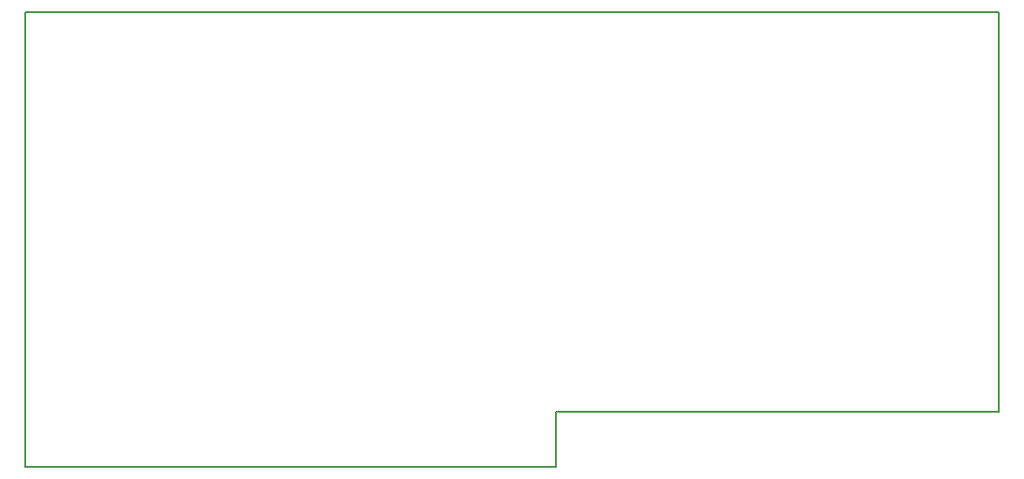
<source format=gbr>
G04 PROTEUS GERBER X2 FILE*
%TF.GenerationSoftware,Labcenter,Proteus,8.6-SP2-Build23525*%
%TF.CreationDate,2019-05-24T14:24:23+00:00*%
%TF.FileFunction,NonPlated,1,2,NPTH*%
%TF.FilePolarity,Positive*%
%TF.Part,Single*%
%FSLAX45Y45*%
%MOMM*%
G01*
%TA.AperFunction,Profile*%
%ADD25C,0.203200*%
%TD.AperFunction*%
D25*
X-6900000Y+7560000D02*
X+1920000Y+7560000D01*
X-6900000Y+7560000D02*
X-6900000Y+3440000D01*
X+1920000Y+7560000D02*
X+1920000Y+3940000D01*
X-6900000Y+3440000D02*
X-2090000Y+3440000D01*
X-2090000Y+3940000D01*
X+1920000Y+3940000D01*
M02*

</source>
